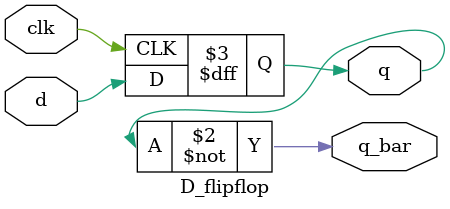
<source format=v>
module D_flipflop (
  input clk,
  input d,
  output reg q,
  output q_bar
  );
  
  always@(posedge clk ) begin
   q <= d;
    
  end
  assign q_bar = ~q;
  
endmodule
</source>
